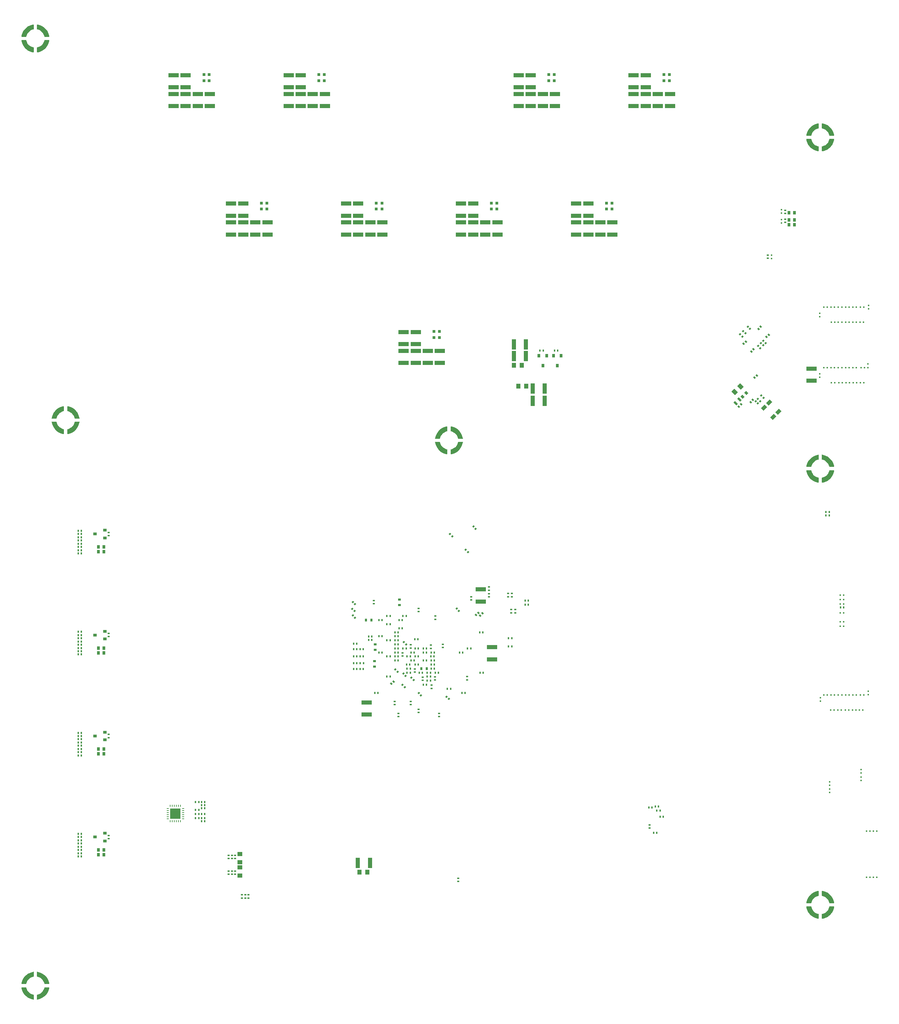
<source format=gbp>
G04*
G04 #@! TF.GenerationSoftware,Altium Limited,Altium Designer,22.10.1 (41)*
G04*
G04 Layer_Color=128*
%FSLAX43Y43*%
%MOMM*%
G71*
G04*
G04 #@! TF.SameCoordinates,B9F26087-2B66-42AB-B32E-372D1BB95FEE*
G04*
G04*
G04 #@! TF.FilePolarity,Positive*
G04*
G01*
G75*
%ADD39R,0.480X0.380*%
%ADD41R,0.380X0.480*%
%ADD42R,0.650X0.950*%
%ADD45R,2.500X1.000*%
%ADD52R,0.950X0.650*%
%ADD53R,1.250X1.000*%
%ADD63R,1.000X2.500*%
%ADD65R,0.360X0.410*%
%ADD68R,0.630X0.800*%
%ADD75R,0.410X0.360*%
%ADD80R,0.750X0.800*%
%ADD90R,1.000X1.250*%
G04:AMPARAMS|DCode=135|XSize=0.48mm|YSize=0.38mm|CornerRadius=0mm|HoleSize=0mm|Usage=FLASHONLY|Rotation=45.000|XOffset=0mm|YOffset=0mm|HoleType=Round|Shape=Rectangle|*
%AMROTATEDRECTD135*
4,1,4,-0.035,-0.304,-0.304,-0.035,0.035,0.304,0.304,0.035,-0.035,-0.304,0.0*
%
%ADD135ROTATEDRECTD135*%

G04:AMPARAMS|DCode=136|XSize=0.48mm|YSize=0.38mm|CornerRadius=0mm|HoleSize=0mm|Usage=FLASHONLY|Rotation=135.000|XOffset=0mm|YOffset=0mm|HoleType=Round|Shape=Rectangle|*
%AMROTATEDRECTD136*
4,1,4,0.304,-0.035,0.035,-0.304,-0.304,0.035,-0.035,0.304,0.304,-0.035,0.0*
%
%ADD136ROTATEDRECTD136*%

%ADD138R,0.800X0.630*%
%ADD329R,2.500X2.500*%
%ADD342R,0.650X0.900*%
G04:AMPARAMS|DCode=343|XSize=0.91mm|YSize=1.22mm|CornerRadius=0mm|HoleSize=0mm|Usage=FLASHONLY|Rotation=315.000|XOffset=0mm|YOffset=0mm|HoleType=Round|Shape=Rectangle|*
%AMROTATEDRECTD343*
4,1,4,-0.753,-0.110,0.110,0.753,0.753,0.110,-0.110,-0.753,-0.753,-0.110,0.0*
%
%ADD343ROTATEDRECTD343*%

G04:AMPARAMS|DCode=344|XSize=0.55mm|YSize=1mm|CornerRadius=0mm|HoleSize=0mm|Usage=FLASHONLY|Rotation=225.000|XOffset=0mm|YOffset=0mm|HoleType=Round|Shape=Rectangle|*
%AMROTATEDRECTD344*
4,1,4,-0.159,0.548,0.548,-0.159,0.159,-0.548,-0.548,0.159,-0.159,0.548,0.0*
%
%ADD344ROTATEDRECTD344*%

%ADD345R,0.250X0.600*%
%ADD346R,0.600X0.250*%
G04:AMPARAMS|DCode=348|XSize=0.8mm|YSize=0.63mm|CornerRadius=0mm|HoleSize=0mm|Usage=FLASHONLY|Rotation=315.000|XOffset=0mm|YOffset=0mm|HoleType=Round|Shape=Rectangle|*
%AMROTATEDRECTD348*
4,1,4,-0.506,0.060,-0.060,0.506,0.506,-0.060,0.060,-0.506,-0.506,0.060,0.0*
%
%ADD348ROTATEDRECTD348*%

G04:AMPARAMS|DCode=349|XSize=1mm|YSize=1.25mm|CornerRadius=0mm|HoleSize=0mm|Usage=FLASHONLY|Rotation=225.000|XOffset=0mm|YOffset=0mm|HoleType=Round|Shape=Rectangle|*
%AMROTATEDRECTD349*
4,1,4,-0.088,0.795,0.795,-0.088,0.088,-0.795,-0.795,0.088,-0.088,0.795,0.0*
%
%ADD349ROTATEDRECTD349*%

G36*
X117750Y144600D02*
X117787Y144430D01*
X117899Y144101D01*
X118060Y143792D01*
X118266Y143512D01*
X118512Y143266D01*
X118792Y143060D01*
X119101Y142899D01*
X119430Y142787D01*
X119600Y142750D01*
X119600Y141550D01*
X119600Y141550D01*
X119310Y141584D01*
X118750Y141746D01*
X118226Y142000D01*
X117750Y142338D01*
X117338Y142750D01*
X117000Y143226D01*
X116746Y143751D01*
X116584Y144310D01*
X116550Y144600D01*
X117750Y144600D01*
Y144600D01*
D02*
G37*
G36*
X123450Y144600D02*
Y144600D01*
X123416Y144310D01*
X123254Y143750D01*
X123000Y143225D01*
X122662Y142750D01*
X122250Y142338D01*
X121774Y142000D01*
X121249Y141746D01*
X120690Y141584D01*
X120400Y141550D01*
Y142750D01*
X120400D01*
X120570Y142787D01*
X120899Y142899D01*
X121208Y143060D01*
X121488Y143266D01*
X121734Y143512D01*
X121940Y143792D01*
X122101Y144101D01*
X122213Y144430D01*
X122250Y144600D01*
X123450Y144600D01*
D02*
G37*
G36*
X211600Y140250D02*
X211600D01*
Y140250D01*
X211430Y140213D01*
X211101Y140101D01*
X210792Y139940D01*
X210512Y139734D01*
X210266Y139488D01*
X210060Y139208D01*
X209899Y138899D01*
X209787Y138570D01*
X209750Y138400D01*
X208550Y138400D01*
X208550D01*
X208584Y138690D01*
X208746Y139250D01*
X209000Y139774D01*
X209338Y140250D01*
X209750Y140662D01*
X210226Y141000D01*
X210751Y141254D01*
X211310Y141416D01*
X211600Y141450D01*
X211600Y140250D01*
D02*
G37*
G36*
X212690Y141416D02*
X213250Y141254D01*
X213774Y141000D01*
X214250Y140662D01*
X214662Y140250D01*
X215000Y139774D01*
X215254Y139249D01*
X215416Y138690D01*
X215450Y138400D01*
X214250D01*
Y138400D01*
X214250Y138400D01*
X214213Y138570D01*
X214101Y138899D01*
X213940Y139208D01*
X213734Y139488D01*
X213488Y139734D01*
X213208Y139940D01*
X212899Y140101D01*
X212570Y140213D01*
X212400Y140250D01*
X212400Y141450D01*
X212690Y141416D01*
D02*
G37*
G36*
X209750Y137600D02*
X209787Y137430D01*
X209899Y137101D01*
X210060Y136792D01*
X210266Y136512D01*
X210512Y136266D01*
X210792Y136060D01*
X211101Y135899D01*
X211430Y135787D01*
X211600Y135750D01*
X211600Y134550D01*
X211600Y134550D01*
X211310Y134584D01*
X210750Y134746D01*
X210226Y135000D01*
X209750Y135338D01*
X209338Y135750D01*
X209000Y136226D01*
X208746Y136751D01*
X208584Y137310D01*
X208550Y137600D01*
X209750Y137600D01*
Y137600D01*
D02*
G37*
G36*
X215450Y137600D02*
Y137600D01*
X215416Y137310D01*
X215254Y136750D01*
X215000Y136226D01*
X214662Y135750D01*
X214250Y135338D01*
X213774Y135000D01*
X213249Y134746D01*
X212690Y134584D01*
X212400Y134550D01*
Y135750D01*
X212400D01*
X212570Y135787D01*
X212899Y135899D01*
X213208Y136060D01*
X213488Y136266D01*
X213734Y136512D01*
X213940Y136792D01*
X214101Y137101D01*
X214213Y137430D01*
X214250Y137600D01*
X215450Y137600D01*
D02*
G37*
G36*
X211600Y32250D02*
X211600D01*
Y32250D01*
X211430Y32213D01*
X211101Y32101D01*
X210792Y31940D01*
X210512Y31734D01*
X210266Y31488D01*
X210060Y31208D01*
X209899Y30899D01*
X209787Y30570D01*
X209750Y30400D01*
X208550Y30400D01*
X208550D01*
X208584Y30690D01*
X208746Y31250D01*
X209000Y31774D01*
X209338Y32250D01*
X209750Y32662D01*
X210226Y33000D01*
X210751Y33254D01*
X211310Y33416D01*
X211600Y33450D01*
X211600Y32250D01*
D02*
G37*
G36*
X212690Y33416D02*
X213250Y33254D01*
X213774Y33000D01*
X214250Y32662D01*
X214662Y32250D01*
X215000Y31774D01*
X215254Y31249D01*
X215416Y30690D01*
X215450Y30400D01*
X214250D01*
Y30400D01*
X214250Y30400D01*
X214213Y30570D01*
X214101Y30899D01*
X213940Y31208D01*
X213734Y31488D01*
X213488Y31734D01*
X213208Y31940D01*
X212899Y32101D01*
X212570Y32213D01*
X212400Y32250D01*
X212400Y33450D01*
X212690Y33416D01*
D02*
G37*
G36*
X209750Y29600D02*
X209787Y29430D01*
X209899Y29101D01*
X210060Y28792D01*
X210266Y28512D01*
X210512Y28266D01*
X210792Y28060D01*
X211101Y27899D01*
X211430Y27787D01*
X211600Y27750D01*
X211600Y26550D01*
X211600Y26550D01*
X211310Y26584D01*
X210750Y26746D01*
X210226Y27000D01*
X209750Y27338D01*
X209338Y27750D01*
X209000Y28226D01*
X208746Y28751D01*
X208584Y29310D01*
X208550Y29600D01*
X209750Y29600D01*
Y29600D01*
D02*
G37*
G36*
X215450Y29600D02*
Y29600D01*
X215416Y29310D01*
X215254Y28750D01*
X215000Y28226D01*
X214662Y27750D01*
X214250Y27338D01*
X213774Y27000D01*
X213249Y26746D01*
X212690Y26584D01*
X212400Y26550D01*
Y27750D01*
X212400D01*
X212570Y27787D01*
X212899Y27899D01*
X213208Y28060D01*
X213488Y28266D01*
X213734Y28512D01*
X213940Y28792D01*
X214101Y29101D01*
X214213Y29430D01*
X214250Y29600D01*
X215450Y29600D01*
D02*
G37*
G36*
X17100Y12250D02*
X17100D01*
Y12250D01*
X16930Y12213D01*
X16601Y12101D01*
X16292Y11940D01*
X16012Y11734D01*
X15766Y11488D01*
X15560Y11208D01*
X15399Y10899D01*
X15287Y10570D01*
X15250Y10400D01*
X14050Y10400D01*
X14050D01*
X14084Y10690D01*
X14246Y11250D01*
X14500Y11774D01*
X14838Y12250D01*
X15250Y12662D01*
X15726Y13000D01*
X16251Y13254D01*
X16810Y13416D01*
X17100Y13450D01*
X17100Y12250D01*
D02*
G37*
G36*
X18190Y13416D02*
X18750Y13254D01*
X19274Y13000D01*
X19750Y12662D01*
X20162Y12250D01*
X20500Y11774D01*
X20754Y11249D01*
X20916Y10690D01*
X20950Y10400D01*
X19750D01*
Y10400D01*
X19750Y10400D01*
X19713Y10570D01*
X19601Y10899D01*
X19440Y11208D01*
X19234Y11488D01*
X18988Y11734D01*
X18708Y11940D01*
X18399Y12101D01*
X18070Y12213D01*
X17900Y12250D01*
X17900Y13450D01*
X18190Y13416D01*
D02*
G37*
G36*
X15250Y9600D02*
X15287Y9430D01*
X15399Y9101D01*
X15560Y8792D01*
X15766Y8512D01*
X16012Y8266D01*
X16292Y8060D01*
X16601Y7899D01*
X16930Y7787D01*
X17100Y7750D01*
X17100Y6550D01*
X17100Y6550D01*
X16810Y6584D01*
X16250Y6746D01*
X15726Y7000D01*
X15250Y7338D01*
X14838Y7750D01*
X14500Y8226D01*
X14246Y8751D01*
X14084Y9310D01*
X14050Y9600D01*
X15250Y9600D01*
Y9600D01*
D02*
G37*
G36*
X20950Y9600D02*
Y9600D01*
X20916Y9310D01*
X20754Y8750D01*
X20500Y8226D01*
X20162Y7750D01*
X19750Y7338D01*
X19274Y7000D01*
X18749Y6746D01*
X18190Y6584D01*
X17900Y6550D01*
Y7750D01*
X17900D01*
X18070Y7787D01*
X18399Y7899D01*
X18708Y8060D01*
X18988Y8266D01*
X19234Y8512D01*
X19440Y8792D01*
X19601Y9101D01*
X19713Y9430D01*
X19750Y9600D01*
X20950Y9600D01*
D02*
G37*
G36*
X17100Y246750D02*
X17100D01*
Y246750D01*
X16930Y246713D01*
X16601Y246601D01*
X16292Y246440D01*
X16012Y246234D01*
X15766Y245988D01*
X15560Y245708D01*
X15399Y245399D01*
X15287Y245070D01*
X15250Y244900D01*
X14050Y244900D01*
X14050D01*
X14084Y245190D01*
X14246Y245750D01*
X14500Y246274D01*
X14838Y246750D01*
X15250Y247162D01*
X15726Y247500D01*
X16251Y247754D01*
X16810Y247916D01*
X17100Y247950D01*
X17100Y246750D01*
D02*
G37*
G36*
X18190Y247916D02*
X18750Y247754D01*
X19274Y247500D01*
X19750Y247162D01*
X20162Y246750D01*
X20500Y246274D01*
X20754Y245749D01*
X20916Y245190D01*
X20950Y244900D01*
X19750D01*
Y244900D01*
X19750Y244900D01*
X19713Y245070D01*
X19601Y245399D01*
X19440Y245708D01*
X19234Y245988D01*
X18988Y246234D01*
X18708Y246440D01*
X18399Y246601D01*
X18070Y246713D01*
X17900Y246750D01*
X17900Y247950D01*
X18190Y247916D01*
D02*
G37*
G36*
X15250Y244100D02*
X15287Y243930D01*
X15399Y243601D01*
X15560Y243292D01*
X15766Y243012D01*
X16012Y242766D01*
X16292Y242560D01*
X16601Y242399D01*
X16930Y242287D01*
X17100Y242250D01*
X17100Y241050D01*
X17100Y241050D01*
X16810Y241084D01*
X16250Y241246D01*
X15726Y241500D01*
X15250Y241838D01*
X14838Y242250D01*
X14500Y242726D01*
X14246Y243251D01*
X14084Y243810D01*
X14050Y244100D01*
X15250Y244100D01*
Y244100D01*
D02*
G37*
G36*
X20950Y244100D02*
Y244100D01*
X20916Y243810D01*
X20754Y243250D01*
X20500Y242726D01*
X20162Y242250D01*
X19750Y241838D01*
X19274Y241500D01*
X18749Y241246D01*
X18190Y241084D01*
X17900Y241050D01*
Y242250D01*
X17900D01*
X18070Y242287D01*
X18399Y242399D01*
X18708Y242560D01*
X18988Y242766D01*
X19234Y243012D01*
X19440Y243292D01*
X19601Y243601D01*
X19713Y243930D01*
X19750Y244100D01*
X20950Y244100D01*
D02*
G37*
G36*
X211600Y222250D02*
X211600D01*
Y222250D01*
X211430Y222213D01*
X211101Y222101D01*
X210792Y221940D01*
X210512Y221734D01*
X210266Y221488D01*
X210060Y221208D01*
X209899Y220899D01*
X209787Y220570D01*
X209750Y220400D01*
X208550Y220400D01*
X208550D01*
X208584Y220690D01*
X208746Y221250D01*
X209000Y221774D01*
X209338Y222250D01*
X209750Y222662D01*
X210226Y223000D01*
X210751Y223254D01*
X211310Y223416D01*
X211600Y223450D01*
X211600Y222250D01*
D02*
G37*
G36*
X212690Y223416D02*
X213250Y223254D01*
X213774Y223000D01*
X214250Y222662D01*
X214662Y222250D01*
X215000Y221774D01*
X215254Y221249D01*
X215416Y220690D01*
X215450Y220400D01*
X214250D01*
Y220400D01*
X214250Y220400D01*
X214213Y220570D01*
X214101Y220899D01*
X213940Y221208D01*
X213734Y221488D01*
X213488Y221734D01*
X213208Y221940D01*
X212899Y222101D01*
X212570Y222213D01*
X212400Y222250D01*
X212400Y223450D01*
X212690Y223416D01*
D02*
G37*
G36*
X209750Y219600D02*
X209787Y219430D01*
X209899Y219101D01*
X210060Y218792D01*
X210266Y218512D01*
X210512Y218266D01*
X210792Y218060D01*
X211101Y217899D01*
X211430Y217787D01*
X211600Y217750D01*
X211600Y216550D01*
X211600Y216550D01*
X211310Y216584D01*
X210750Y216746D01*
X210226Y217000D01*
X209750Y217338D01*
X209338Y217750D01*
X209000Y218226D01*
X208746Y218751D01*
X208584Y219310D01*
X208550Y219600D01*
X209750Y219600D01*
Y219600D01*
D02*
G37*
G36*
X215450Y219600D02*
Y219600D01*
X215416Y219310D01*
X215254Y218750D01*
X215000Y218225D01*
X214662Y217750D01*
X214250Y217338D01*
X213774Y217000D01*
X213249Y216746D01*
X212690Y216584D01*
X212400Y216550D01*
Y217750D01*
X212400D01*
X212570Y217787D01*
X212899Y217899D01*
X213208Y218060D01*
X213488Y218266D01*
X213734Y218512D01*
X213940Y218792D01*
X214101Y219101D01*
X214213Y219430D01*
X214250Y219600D01*
X215450Y219600D01*
D02*
G37*
G36*
X24600Y152250D02*
X24600D01*
Y152250D01*
X24430Y152213D01*
X24101Y152101D01*
X23792Y151940D01*
X23512Y151734D01*
X23266Y151488D01*
X23060Y151208D01*
X22899Y150899D01*
X22787Y150570D01*
X22750Y150400D01*
X21550Y150400D01*
X21550D01*
X21584Y150690D01*
X21746Y151250D01*
X22000Y151774D01*
X22338Y152250D01*
X22750Y152662D01*
X23226Y153000D01*
X23751Y153254D01*
X24310Y153416D01*
X24600Y153450D01*
X24600Y152250D01*
D02*
G37*
G36*
X25690Y153416D02*
X26250Y153254D01*
X26774Y153000D01*
X27250Y152662D01*
X27662Y152250D01*
X28000Y151774D01*
X28254Y151249D01*
X28416Y150690D01*
X28450Y150400D01*
X27250D01*
Y150400D01*
X27250Y150400D01*
X27213Y150570D01*
X27101Y150899D01*
X26940Y151208D01*
X26734Y151488D01*
X26488Y151734D01*
X26208Y151940D01*
X25899Y152101D01*
X25570Y152213D01*
X25400Y152250D01*
X25400Y153450D01*
X25690Y153416D01*
D02*
G37*
G36*
X22750Y149600D02*
X22787Y149430D01*
X22899Y149101D01*
X23060Y148792D01*
X23266Y148512D01*
X23512Y148266D01*
X23792Y148060D01*
X24101Y147899D01*
X24430Y147787D01*
X24600Y147750D01*
X24600Y146550D01*
X24600Y146550D01*
X24310Y146584D01*
X23750Y146746D01*
X23226Y147000D01*
X22750Y147338D01*
X22338Y147750D01*
X22000Y148226D01*
X21746Y148751D01*
X21584Y149310D01*
X21550Y149600D01*
X22750Y149600D01*
Y149600D01*
D02*
G37*
G36*
X28450Y149600D02*
Y149600D01*
X28416Y149310D01*
X28254Y148750D01*
X28000Y148225D01*
X27662Y147750D01*
X27250Y147338D01*
X26774Y147000D01*
X26249Y146746D01*
X25690Y146584D01*
X25400Y146550D01*
Y147750D01*
X25400D01*
X25570Y147787D01*
X25899Y147899D01*
X26208Y148060D01*
X26488Y148266D01*
X26734Y148512D01*
X26940Y148792D01*
X27101Y149101D01*
X27213Y149430D01*
X27250Y149600D01*
X28450Y149600D01*
D02*
G37*
G36*
X119600Y147250D02*
X119600D01*
Y147250D01*
X119430Y147213D01*
X119101Y147101D01*
X118792Y146940D01*
X118512Y146734D01*
X118266Y146488D01*
X118060Y146208D01*
X117899Y145899D01*
X117787Y145570D01*
X117750Y145400D01*
X116550Y145400D01*
X116550D01*
X116584Y145690D01*
X116746Y146250D01*
X117000Y146774D01*
X117338Y147250D01*
X117750Y147662D01*
X118226Y148000D01*
X118751Y148254D01*
X119310Y148416D01*
X119600Y148450D01*
X119600Y147250D01*
D02*
G37*
G36*
X120690Y148416D02*
X121250Y148254D01*
X121774Y148000D01*
X122250Y147662D01*
X122662Y147250D01*
X123000Y146774D01*
X123254Y146249D01*
X123416Y145690D01*
X123450Y145400D01*
X122250D01*
Y145400D01*
X122250Y145400D01*
X122213Y145570D01*
X122101Y145899D01*
X121940Y146208D01*
X121734Y146488D01*
X121488Y146734D01*
X121208Y146940D01*
X120899Y147101D01*
X120570Y147213D01*
X120400Y147250D01*
X120400Y148450D01*
X120690Y148416D01*
D02*
G37*
D39*
X136400Y102305D02*
D03*
Y103095D02*
D03*
X135400D02*
D03*
Y102305D02*
D03*
X101350Y104555D02*
D03*
Y105345D02*
D03*
X135600Y107095D02*
D03*
Y106305D02*
D03*
X129900Y108695D02*
D03*
Y107905D02*
D03*
X110485Y93584D02*
D03*
Y94374D02*
D03*
X115500Y94295D02*
D03*
Y93505D02*
D03*
X116543Y85666D02*
D03*
Y86456D02*
D03*
X134650Y107095D02*
D03*
Y106305D02*
D03*
X129900Y106255D02*
D03*
Y107045D02*
D03*
X125500Y106295D02*
D03*
Y105505D02*
D03*
X108500Y92395D02*
D03*
X108500Y91605D02*
D03*
X198950Y190845D02*
D03*
Y190055D02*
D03*
X203300Y201155D02*
D03*
Y201945D02*
D03*
X203350Y199745D02*
D03*
Y198955D02*
D03*
X65400Y42295D02*
D03*
Y41505D02*
D03*
Y38395D02*
D03*
Y37605D02*
D03*
X111500Y87605D02*
D03*
X111500Y88395D02*
D03*
X117500Y76605D02*
D03*
Y77395D02*
D03*
X115700Y84395D02*
D03*
Y83605D02*
D03*
X107500Y76605D02*
D03*
Y77395D02*
D03*
X106500Y79605D02*
D03*
Y80395D02*
D03*
X118500Y93705D02*
D03*
Y94495D02*
D03*
X116600Y101495D02*
D03*
Y100705D02*
D03*
X112500Y103395D02*
D03*
Y102605D02*
D03*
X124500Y85705D02*
D03*
Y86495D02*
D03*
X113500Y86395D02*
D03*
X112500Y77605D02*
D03*
X35700Y46405D02*
D03*
X35700Y71405D02*
D03*
Y96405D02*
D03*
Y121405D02*
D03*
X67000Y42295D02*
D03*
X66200D02*
D03*
X122300Y35805D02*
D03*
X169695Y49824D02*
D03*
Y49034D02*
D03*
X68700Y31705D02*
D03*
X69500Y31705D02*
D03*
X110500Y80395D02*
D03*
X110500Y79605D02*
D03*
X70300Y32495D02*
D03*
Y31705D02*
D03*
X122300Y36595D02*
D03*
X68700Y32495D02*
D03*
X69500D02*
D03*
X67000Y41505D02*
D03*
X66200D02*
D03*
X67000Y38395D02*
D03*
Y37605D02*
D03*
X66200Y38395D02*
D03*
Y37605D02*
D03*
X35700Y122195D02*
D03*
Y97195D02*
D03*
Y72195D02*
D03*
X35700Y47195D02*
D03*
X112500Y78395D02*
D03*
X113500Y85605D02*
D03*
D41*
X139645Y105300D02*
D03*
X138855D02*
D03*
X135545Y96050D02*
D03*
X134755D02*
D03*
X135545Y94012D02*
D03*
X134755D02*
D03*
X98745Y93300D02*
D03*
X97955D02*
D03*
X98745Y91550D02*
D03*
X97955D02*
D03*
X98795Y89850D02*
D03*
X98005D02*
D03*
X98745Y88400D02*
D03*
X97955D02*
D03*
X116385Y89491D02*
D03*
X115595D02*
D03*
X96355Y88400D02*
D03*
X97145D02*
D03*
X139645Y104350D02*
D03*
X138855Y104350D02*
D03*
X96355Y89850D02*
D03*
X97145D02*
D03*
X96355Y94700D02*
D03*
X97145D02*
D03*
X97145Y93300D02*
D03*
X96355D02*
D03*
X97145Y91550D02*
D03*
X96355Y91550D02*
D03*
X100105Y96400D02*
D03*
X100895D02*
D03*
X100105Y95600D02*
D03*
X100895D02*
D03*
X142550Y167200D02*
D03*
X143340D02*
D03*
X146155Y167200D02*
D03*
X146945D02*
D03*
X217005Y103600D02*
D03*
X217795D02*
D03*
X122605Y92500D02*
D03*
X123395D02*
D03*
X57995Y51500D02*
D03*
X57205Y51500D02*
D03*
X110605Y92500D02*
D03*
X111395D02*
D03*
X114395Y92500D02*
D03*
X113605D02*
D03*
X116395D02*
D03*
X115605D02*
D03*
X111605Y91500D02*
D03*
X112395Y91500D02*
D03*
X109395Y93500D02*
D03*
X108605D02*
D03*
X111605Y93500D02*
D03*
X112395D02*
D03*
X109605Y91500D02*
D03*
X110395D02*
D03*
X114395Y90500D02*
D03*
X113605D02*
D03*
X113605Y93500D02*
D03*
X114395D02*
D03*
X115395Y87500D02*
D03*
X114605D02*
D03*
X110605Y90500D02*
D03*
X111395D02*
D03*
X116395Y90500D02*
D03*
X115605D02*
D03*
Y88500D02*
D03*
X116395D02*
D03*
X115505Y91500D02*
D03*
X116295D02*
D03*
X114605Y86500D02*
D03*
X115395D02*
D03*
X109605Y87500D02*
D03*
X110395D02*
D03*
X109505Y89500D02*
D03*
X110295D02*
D03*
X113395Y87500D02*
D03*
X112605Y87500D02*
D03*
X111605Y89500D02*
D03*
X112395Y89500D02*
D03*
X110395Y88500D02*
D03*
X109605D02*
D03*
X106605Y96500D02*
D03*
X107395D02*
D03*
X108395Y98500D02*
D03*
X107605D02*
D03*
X107395Y91500D02*
D03*
X106605D02*
D03*
X101605Y82500D02*
D03*
X102395D02*
D03*
X112295Y95800D02*
D03*
X111505D02*
D03*
X108605Y101500D02*
D03*
X109395D02*
D03*
X116605Y87500D02*
D03*
X117395D02*
D03*
X124605Y93500D02*
D03*
X125395D02*
D03*
X128495Y87500D02*
D03*
X127705D02*
D03*
X123995Y82500D02*
D03*
X123205D02*
D03*
X128395Y97500D02*
D03*
X127605D02*
D03*
X214195Y126400D02*
D03*
X113605Y84500D02*
D03*
X120395Y83500D02*
D03*
X105395Y95500D02*
D03*
X106605Y90500D02*
D03*
X105395Y91500D02*
D03*
X102605Y92500D02*
D03*
X105395Y101500D02*
D03*
X102605Y96500D02*
D03*
Y100500D02*
D03*
X106605Y94500D02*
D03*
X105395Y99500D02*
D03*
X106605Y92500D02*
D03*
X108395Y100500D02*
D03*
X57205Y52500D02*
D03*
Y55500D02*
D03*
X57995Y53500D02*
D03*
X170290Y54129D02*
D03*
X171100Y54329D02*
D03*
X172300Y51829D02*
D03*
X172290Y53329D02*
D03*
X171490Y47829D02*
D03*
X107395Y90500D02*
D03*
X59495Y55500D02*
D03*
Y51500D02*
D03*
X59495Y52500D02*
D03*
X59495Y50700D02*
D03*
X59495Y54700D02*
D03*
Y53900D02*
D03*
X57205Y53500D02*
D03*
X171890Y54329D02*
D03*
X170700Y47829D02*
D03*
X214195Y127300D02*
D03*
X28105Y42800D02*
D03*
Y42000D02*
D03*
Y43600D02*
D03*
Y44400D02*
D03*
Y45200D02*
D03*
Y46000D02*
D03*
Y46800D02*
D03*
Y47600D02*
D03*
Y72600D02*
D03*
Y69400D02*
D03*
Y70200D02*
D03*
Y71000D02*
D03*
Y68600D02*
D03*
Y67800D02*
D03*
Y71800D02*
D03*
Y67000D02*
D03*
Y92800D02*
D03*
Y94400D02*
D03*
Y92000D02*
D03*
Y97600D02*
D03*
Y95200D02*
D03*
Y93600D02*
D03*
Y96000D02*
D03*
Y96800D02*
D03*
Y117800D02*
D03*
Y119400D02*
D03*
Y118600D02*
D03*
Y117000D02*
D03*
Y122600D02*
D03*
Y121000D02*
D03*
Y121800D02*
D03*
Y120200D02*
D03*
X173090Y51829D02*
D03*
X171500Y53329D02*
D03*
X107395Y94500D02*
D03*
X107605Y100500D02*
D03*
X107395Y92500D02*
D03*
X104605Y95500D02*
D03*
Y101500D02*
D03*
X103395Y92500D02*
D03*
Y96500D02*
D03*
X104605Y99500D02*
D03*
X103395Y100500D02*
D03*
X104605Y91500D02*
D03*
X57995Y52500D02*
D03*
X58705Y51500D02*
D03*
X58705Y50700D02*
D03*
Y54700D02*
D03*
X57995Y55500D02*
D03*
X58705Y53900D02*
D03*
X58705Y52500D02*
D03*
X58705Y55500D02*
D03*
X107395Y95500D02*
D03*
X106605D02*
D03*
X107395Y97500D02*
D03*
X106605Y97500D02*
D03*
X107395Y93500D02*
D03*
X106605D02*
D03*
X169500Y54129D02*
D03*
X28895Y120200D02*
D03*
Y121800D02*
D03*
Y121000D02*
D03*
Y122600D02*
D03*
Y117000D02*
D03*
Y118600D02*
D03*
Y119400D02*
D03*
Y117800D02*
D03*
Y96800D02*
D03*
Y96000D02*
D03*
Y93600D02*
D03*
Y95200D02*
D03*
Y97600D02*
D03*
Y92000D02*
D03*
Y94400D02*
D03*
Y92800D02*
D03*
Y67000D02*
D03*
Y71800D02*
D03*
Y67800D02*
D03*
Y68600D02*
D03*
Y71000D02*
D03*
Y70200D02*
D03*
Y69400D02*
D03*
Y72600D02*
D03*
Y47600D02*
D03*
Y46800D02*
D03*
Y46000D02*
D03*
Y45200D02*
D03*
Y44400D02*
D03*
Y43600D02*
D03*
Y42000D02*
D03*
Y42800D02*
D03*
X119605Y83500D02*
D03*
X114605Y85500D02*
D03*
X115395D02*
D03*
X114395Y84500D02*
D03*
X105395Y86500D02*
D03*
X104605D02*
D03*
X213405Y126400D02*
D03*
X213405Y127300D02*
D03*
D42*
X142300Y165985D02*
D03*
X144200D02*
D03*
X143250Y163515D02*
D03*
X145900Y165985D02*
D03*
X147800D02*
D03*
X146850Y163515D02*
D03*
D45*
X111750Y171800D02*
D03*
Y168800D02*
D03*
X108750Y171800D02*
D03*
Y168800D02*
D03*
X117750Y164150D02*
D03*
Y167150D02*
D03*
X114750Y164150D02*
D03*
Y167150D02*
D03*
X108750Y164150D02*
D03*
Y167150D02*
D03*
X111750Y164150D02*
D03*
Y167150D02*
D03*
X137250Y227750D02*
D03*
Y230750D02*
D03*
X140250Y227750D02*
D03*
Y230750D02*
D03*
X143250Y227750D02*
D03*
Y230750D02*
D03*
X146250Y227750D02*
D03*
Y230750D02*
D03*
X137250Y235400D02*
D03*
Y232400D02*
D03*
X140250Y235400D02*
D03*
Y232400D02*
D03*
X151500Y195950D02*
D03*
Y198950D02*
D03*
X154500Y195950D02*
D03*
Y198950D02*
D03*
X157500Y195950D02*
D03*
Y198950D02*
D03*
X160500Y195950D02*
D03*
Y198950D02*
D03*
X151500Y203600D02*
D03*
Y200600D02*
D03*
X154500Y203600D02*
D03*
Y200600D02*
D03*
X168750Y232400D02*
D03*
Y235400D02*
D03*
X165750Y227750D02*
D03*
Y230750D02*
D03*
X168750Y227750D02*
D03*
Y230750D02*
D03*
X171750Y227750D02*
D03*
Y230750D02*
D03*
X174750Y227750D02*
D03*
Y230750D02*
D03*
X165750Y235400D02*
D03*
Y232400D02*
D03*
X123000Y195950D02*
D03*
Y198950D02*
D03*
X126000Y195950D02*
D03*
Y198950D02*
D03*
X129000Y195950D02*
D03*
Y198950D02*
D03*
X132000Y195950D02*
D03*
Y198950D02*
D03*
X123000Y203600D02*
D03*
Y200600D02*
D03*
X126000Y203600D02*
D03*
Y200600D02*
D03*
X94500Y198950D02*
D03*
Y195950D02*
D03*
X97500D02*
D03*
Y198950D02*
D03*
X100500Y195950D02*
D03*
Y198950D02*
D03*
X103500Y195950D02*
D03*
Y198950D02*
D03*
X94500Y203600D02*
D03*
Y200600D02*
D03*
X97500Y203600D02*
D03*
Y200600D02*
D03*
X80250Y227750D02*
D03*
Y230750D02*
D03*
X83250Y227750D02*
D03*
Y230750D02*
D03*
X86250Y227750D02*
D03*
Y230750D02*
D03*
X89250Y227750D02*
D03*
Y230750D02*
D03*
X80250Y235400D02*
D03*
Y232400D02*
D03*
X83250Y235400D02*
D03*
Y232400D02*
D03*
X66000Y195950D02*
D03*
Y198950D02*
D03*
X69000Y195950D02*
D03*
Y198950D02*
D03*
X72000Y195950D02*
D03*
Y198950D02*
D03*
X75000Y195950D02*
D03*
Y198950D02*
D03*
X66000Y203600D02*
D03*
Y200600D02*
D03*
X69000Y203600D02*
D03*
Y200600D02*
D03*
X51750Y227750D02*
D03*
Y230750D02*
D03*
X54750Y227750D02*
D03*
Y230750D02*
D03*
X57750Y227750D02*
D03*
Y230750D02*
D03*
X60750Y227750D02*
D03*
Y230750D02*
D03*
X51750Y235400D02*
D03*
Y232400D02*
D03*
X54750Y235400D02*
D03*
Y232400D02*
D03*
X99600Y80100D02*
D03*
Y77100D02*
D03*
X127900Y108100D02*
D03*
Y105100D02*
D03*
X130700Y90800D02*
D03*
Y93800D02*
D03*
X209797Y162754D02*
D03*
Y159754D02*
D03*
D52*
X34735Y45850D02*
D03*
Y70850D02*
D03*
Y95850D02*
D03*
Y120850D02*
D03*
Y122750D02*
D03*
X32265Y121800D02*
D03*
X34735Y97750D02*
D03*
X32265Y96800D02*
D03*
X34735Y72750D02*
D03*
X32265Y71800D02*
D03*
X34735Y47750D02*
D03*
X32265Y46800D02*
D03*
D53*
X68200Y42600D02*
D03*
Y39300D02*
D03*
Y37300D02*
D03*
Y40600D02*
D03*
D63*
X140700Y157800D02*
D03*
X143700D02*
D03*
X140700Y154800D02*
D03*
X143700D02*
D03*
X136050Y165850D02*
D03*
X139050D02*
D03*
X136050Y168750D02*
D03*
X139050D02*
D03*
X97400Y40400D02*
D03*
X100400D02*
D03*
D65*
X199900Y189975D02*
D03*
Y190825D02*
D03*
X202400Y198825D02*
D03*
Y199675D02*
D03*
X202400Y202075D02*
D03*
Y201225D02*
D03*
X214334Y57823D02*
D03*
Y58673D02*
D03*
X223897Y82879D02*
D03*
X211997Y81254D02*
D03*
X214334Y60473D02*
D03*
X222134Y63473D02*
D03*
Y60823D02*
D03*
X211897Y176479D02*
D03*
X223997Y177529D02*
D03*
X211897Y161479D02*
D03*
X223797Y163879D02*
D03*
X211897Y160629D02*
D03*
X223997Y178379D02*
D03*
X211897Y175629D02*
D03*
X223797Y163029D02*
D03*
X222134Y61673D02*
D03*
Y62623D02*
D03*
X214334Y59623D02*
D03*
X211997Y80404D02*
D03*
X223897Y82029D02*
D03*
D68*
X113125Y88500D02*
D03*
X114475D02*
D03*
X99425Y100500D02*
D03*
X100775D02*
D03*
D75*
X225175Y36800D02*
D03*
X226025D02*
D03*
X223425Y48300D02*
D03*
X224275D02*
D03*
X225175D02*
D03*
X226025D02*
D03*
X216975Y99000D02*
D03*
X217825D02*
D03*
X216975Y100100D02*
D03*
X217825D02*
D03*
X216975Y102300D02*
D03*
X217825D02*
D03*
X216975Y104500D02*
D03*
X217825D02*
D03*
X216975Y105600D02*
D03*
X217825D02*
D03*
X216975Y106700D02*
D03*
X217825D02*
D03*
X212872Y162954D02*
D03*
X213722D02*
D03*
X220898Y81954D02*
D03*
X222522Y78254D02*
D03*
X219972Y78254D02*
D03*
X218272Y81954D02*
D03*
X213723Y81954D02*
D03*
X215423Y78254D02*
D03*
X214673Y81954D02*
D03*
X221972Y81954D02*
D03*
X219022Y78254D02*
D03*
X216372D02*
D03*
X217322Y81954D02*
D03*
X224275Y36800D02*
D03*
X213722Y177954D02*
D03*
X215547Y174254D02*
D03*
X214672Y177954D02*
D03*
X217322D02*
D03*
X216472Y174254D02*
D03*
X219122D02*
D03*
X218272Y177954D02*
D03*
X220897Y177954D02*
D03*
X220072Y174254D02*
D03*
X222722D02*
D03*
X221972Y177954D02*
D03*
X214672Y162954D02*
D03*
X217322D02*
D03*
X215622Y159254D02*
D03*
X216572D02*
D03*
X222072Y162954D02*
D03*
X222822Y159254D02*
D03*
X220897Y162954D02*
D03*
X220172Y159254D02*
D03*
X219222D02*
D03*
X218272Y162954D02*
D03*
X222822Y177954D02*
D03*
X221872Y174254D02*
D03*
X216472Y177954D02*
D03*
X214697Y174254D02*
D03*
X215522Y177954D02*
D03*
X212872D02*
D03*
X218272Y174254D02*
D03*
X217322D02*
D03*
X220922D02*
D03*
X220047Y177954D02*
D03*
X219122Y177954D02*
D03*
Y162954D02*
D03*
X218372Y159254D02*
D03*
X221022D02*
D03*
X220047Y162954D02*
D03*
X215522Y162954D02*
D03*
X217422Y159254D02*
D03*
X214772D02*
D03*
X216472Y162954D02*
D03*
X221972Y159254D02*
D03*
X222922Y162954D02*
D03*
X223425Y36800D02*
D03*
X216472Y81954D02*
D03*
X217222Y78254D02*
D03*
X218172D02*
D03*
X222822Y81954D02*
D03*
X215523Y81954D02*
D03*
X214572Y78254D02*
D03*
X212872Y81954D02*
D03*
X219122Y81954D02*
D03*
X220822Y78254D02*
D03*
X221672Y78254D02*
D03*
X220048Y81954D02*
D03*
D80*
X116250Y170450D02*
D03*
Y171950D02*
D03*
X117600Y170450D02*
D03*
Y171950D02*
D03*
X144750Y234050D02*
D03*
Y235550D02*
D03*
X146100Y234050D02*
D03*
Y235550D02*
D03*
X159000Y202250D02*
D03*
Y203750D02*
D03*
X160350Y202250D02*
D03*
Y203750D02*
D03*
X173250Y234050D02*
D03*
Y235550D02*
D03*
X174600Y234050D02*
D03*
Y235550D02*
D03*
X131850Y203750D02*
D03*
Y202250D02*
D03*
X130500D02*
D03*
Y203750D02*
D03*
X103400Y202250D02*
D03*
Y203750D02*
D03*
X102000Y202250D02*
D03*
Y203750D02*
D03*
X87750Y234050D02*
D03*
Y235550D02*
D03*
X89100Y234050D02*
D03*
Y235550D02*
D03*
X73500Y202250D02*
D03*
Y203750D02*
D03*
X74850Y202250D02*
D03*
Y203750D02*
D03*
X59250Y234050D02*
D03*
Y235550D02*
D03*
X60600Y234050D02*
D03*
Y235550D02*
D03*
D90*
X137150Y158400D02*
D03*
X139150D02*
D03*
X138050Y163550D02*
D03*
X136050D02*
D03*
X99800Y38100D02*
D03*
X97800D02*
D03*
D135*
X96071Y103329D02*
D03*
X96629Y102771D02*
D03*
X126071Y123679D02*
D03*
X126629Y123121D02*
D03*
X124729Y117371D02*
D03*
X124171Y117929D02*
D03*
X120829Y121271D02*
D03*
X120271Y121829D02*
D03*
X96171Y101679D02*
D03*
X96729Y101121D02*
D03*
X96171Y105029D02*
D03*
X96729Y104471D02*
D03*
X108858Y95087D02*
D03*
X109416Y94528D02*
D03*
X107279Y87721D02*
D03*
X106721Y88279D02*
D03*
X113079Y81921D02*
D03*
X112521Y82479D02*
D03*
X109079Y83921D02*
D03*
X108521Y84479D02*
D03*
X119979Y81021D02*
D03*
X119421Y81579D02*
D03*
X196567Y154151D02*
D03*
X196008Y154710D02*
D03*
X197981Y155565D02*
D03*
X197422Y156124D02*
D03*
X197132Y154717D02*
D03*
X196574Y155276D02*
D03*
X197169Y167829D02*
D03*
X196610Y168388D02*
D03*
X198442Y169102D02*
D03*
X197883Y169660D02*
D03*
X197876Y168536D02*
D03*
X197317Y169095D02*
D03*
X192933Y172065D02*
D03*
X193492Y171506D02*
D03*
X194068Y173192D02*
D03*
X194627Y172634D02*
D03*
X192155Y171287D02*
D03*
X192714Y170728D02*
D03*
X121921Y103379D02*
D03*
X122479Y102821D02*
D03*
X109279Y86721D02*
D03*
X108721Y87279D02*
D03*
X110721Y86279D02*
D03*
X111279Y85721D02*
D03*
D136*
X128282Y102197D02*
D03*
X127723Y101639D02*
D03*
X194735Y154434D02*
D03*
X195294Y154993D02*
D03*
X192379Y153929D02*
D03*
X191821Y153371D02*
D03*
X196284Y161074D02*
D03*
X195725Y160515D02*
D03*
X199219Y171145D02*
D03*
X198661Y170587D02*
D03*
X197240Y173125D02*
D03*
X196681Y172567D02*
D03*
X194918Y166975D02*
D03*
X195477Y167533D02*
D03*
X193004Y168890D02*
D03*
X193563Y169448D02*
D03*
X127254Y102301D02*
D03*
X126695Y101742D02*
D03*
X106279Y85279D02*
D03*
X105721Y84721D02*
D03*
D138*
X101500Y89025D02*
D03*
Y90375D02*
D03*
X101700Y94475D02*
D03*
Y93125D02*
D03*
X107700Y105575D02*
D03*
Y104225D02*
D03*
D329*
X52200Y52600D02*
D03*
D342*
X205625Y198350D02*
D03*
X204275D02*
D03*
X205625Y199550D02*
D03*
X204275D02*
D03*
X204275Y201350D02*
D03*
X205625D02*
D03*
X33125Y117400D02*
D03*
X34475D02*
D03*
Y43600D02*
D03*
Y42400D02*
D03*
Y67400D02*
D03*
Y68600D02*
D03*
Y92400D02*
D03*
Y93600D02*
D03*
Y118600D02*
D03*
X33125D02*
D03*
Y93600D02*
D03*
Y92400D02*
D03*
Y68600D02*
D03*
Y67400D02*
D03*
Y42400D02*
D03*
Y43600D02*
D03*
D343*
X200353Y150789D02*
D03*
X198020Y153122D02*
D03*
X199293Y154395D02*
D03*
X201626Y152062D02*
D03*
D344*
X191056Y154212D02*
D03*
X191939Y155096D02*
D03*
D345*
X53450Y50688D02*
D03*
X52950D02*
D03*
X52450Y50688D02*
D03*
X51950D02*
D03*
X51450D02*
D03*
X50950Y50688D02*
D03*
Y54513D02*
D03*
X51450D02*
D03*
X51950Y54513D02*
D03*
X52450D02*
D03*
X52950D02*
D03*
X53450D02*
D03*
D346*
X50287Y51350D02*
D03*
Y51850D02*
D03*
Y52850D02*
D03*
X50287Y53350D02*
D03*
Y53850D02*
D03*
X54113D02*
D03*
Y53350D02*
D03*
X54113Y52350D02*
D03*
Y51850D02*
D03*
Y51350D02*
D03*
Y52850D02*
D03*
X50287Y52350D02*
D03*
D348*
X192699Y155792D02*
D03*
X193653Y156746D02*
D03*
D349*
X190790Y156947D02*
D03*
X192205Y158361D02*
D03*
M02*

</source>
